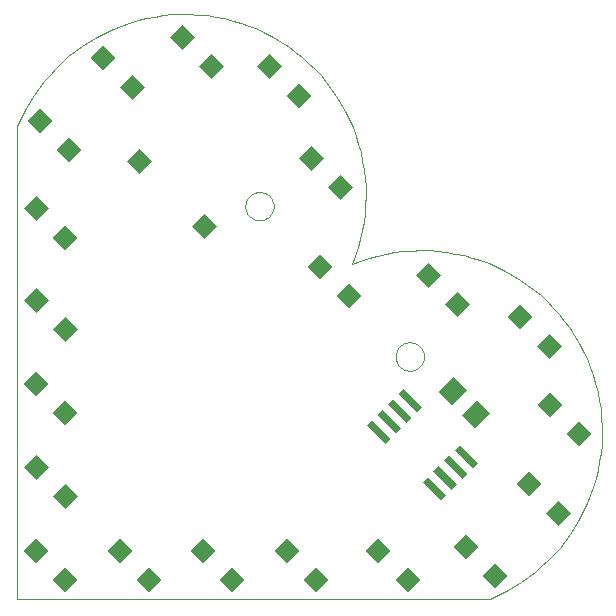
<source format=gbp>
G75*
G70*
%OFA0B0*%
%FSLAX24Y24*%
%IPPOS*%
%LPD*%
%AMOC8*
5,1,8,0,0,1.08239X$1,22.5*
%
%ADD10C,0.0000*%
%ADD11R,0.0591X0.0591*%
%ADD12R,0.0630X0.0709*%
%ADD13R,0.0240X0.0870*%
D10*
X010038Y009756D02*
X025786Y009756D01*
X026053Y009873D01*
X026314Y010003D01*
X026569Y010146D01*
X026816Y010300D01*
X027055Y010467D01*
X027287Y010645D01*
X027509Y010833D01*
X027722Y011033D01*
X027925Y011242D01*
X028117Y011461D01*
X028299Y011689D01*
X028470Y011925D01*
X028629Y012170D01*
X028776Y012422D01*
X028911Y012680D01*
X029033Y012945D01*
X029142Y013216D01*
X029238Y013491D01*
X029320Y013771D01*
X029389Y014054D01*
X029444Y014340D01*
X029485Y014629D01*
X029513Y014919D01*
X029526Y015211D01*
X029525Y015502D01*
X029510Y015794D01*
X029481Y016084D01*
X029438Y016372D01*
X029381Y016658D01*
X029310Y016941D01*
X029226Y017220D01*
X029128Y017495D01*
X029017Y017765D01*
X028893Y018029D01*
X028757Y018286D01*
X028608Y018537D01*
X028448Y018781D01*
X028276Y019016D01*
X028092Y019243D01*
X027898Y019461D01*
X027694Y019669D01*
X027480Y019866D01*
X027256Y020054D01*
X027024Y020230D01*
X026783Y020395D01*
X026535Y020548D01*
X026280Y020689D01*
X026018Y020817D01*
X025750Y020933D01*
X025477Y021035D01*
X025200Y021125D01*
X024918Y021200D01*
X024633Y021262D01*
X024345Y021310D01*
X024056Y021345D01*
X023765Y021365D01*
X023473Y021371D01*
X023182Y021363D01*
X022891Y021341D01*
X022602Y021305D01*
X022315Y021255D01*
X022030Y021191D01*
X021749Y021113D01*
X021472Y021022D01*
X021200Y020918D01*
X017640Y022840D02*
X017642Y022883D01*
X017648Y022925D01*
X017658Y022967D01*
X017671Y023008D01*
X017688Y023048D01*
X017709Y023085D01*
X017733Y023121D01*
X017760Y023154D01*
X017790Y023185D01*
X017823Y023213D01*
X017858Y023238D01*
X017895Y023259D01*
X017934Y023277D01*
X017974Y023291D01*
X018016Y023302D01*
X018058Y023309D01*
X018101Y023312D01*
X018144Y023311D01*
X018187Y023306D01*
X018229Y023297D01*
X018270Y023285D01*
X018310Y023269D01*
X018348Y023249D01*
X018384Y023226D01*
X018418Y023199D01*
X018450Y023170D01*
X018478Y023138D01*
X018504Y023103D01*
X018526Y023067D01*
X018545Y023028D01*
X018560Y022988D01*
X018572Y022947D01*
X018580Y022904D01*
X018584Y022861D01*
X018584Y022819D01*
X018580Y022776D01*
X018572Y022733D01*
X018560Y022692D01*
X018545Y022652D01*
X018526Y022613D01*
X018504Y022577D01*
X018478Y022542D01*
X018450Y022510D01*
X018418Y022481D01*
X018384Y022454D01*
X018348Y022431D01*
X018310Y022411D01*
X018270Y022395D01*
X018229Y022383D01*
X018187Y022374D01*
X018144Y022369D01*
X018101Y022368D01*
X018058Y022371D01*
X018016Y022378D01*
X017974Y022389D01*
X017934Y022403D01*
X017895Y022421D01*
X017858Y022442D01*
X017823Y022467D01*
X017790Y022495D01*
X017760Y022526D01*
X017733Y022559D01*
X017709Y022595D01*
X017688Y022632D01*
X017671Y022672D01*
X017658Y022713D01*
X017648Y022755D01*
X017642Y022797D01*
X017640Y022840D01*
X021200Y020917D02*
X021304Y021190D01*
X021395Y021467D01*
X021473Y021748D01*
X021537Y022032D01*
X021587Y022320D01*
X021623Y022609D01*
X021645Y022900D01*
X021653Y023191D01*
X021647Y023483D01*
X021627Y023774D01*
X021592Y024063D01*
X021544Y024351D01*
X021482Y024636D01*
X021407Y024918D01*
X021317Y025195D01*
X021215Y025468D01*
X021099Y025736D01*
X020971Y025998D01*
X020830Y026253D01*
X020677Y026501D01*
X020512Y026742D01*
X020336Y026974D01*
X020148Y027198D01*
X019951Y027412D01*
X019743Y027616D01*
X019525Y027810D01*
X019298Y027994D01*
X019063Y028166D01*
X018819Y028326D01*
X018568Y028475D01*
X018311Y028611D01*
X018047Y028735D01*
X017777Y028846D01*
X017502Y028944D01*
X017223Y029028D01*
X016940Y029099D01*
X016654Y029156D01*
X016366Y029199D01*
X016076Y029228D01*
X015784Y029243D01*
X015493Y029244D01*
X015201Y029231D01*
X014911Y029203D01*
X014622Y029162D01*
X014336Y029107D01*
X014053Y029038D01*
X013773Y028956D01*
X013498Y028860D01*
X013227Y028751D01*
X012962Y028629D01*
X012704Y028494D01*
X012452Y028347D01*
X012207Y028188D01*
X011971Y028017D01*
X011743Y027835D01*
X011524Y027643D01*
X011315Y027440D01*
X011115Y027227D01*
X010927Y027005D01*
X010749Y026773D01*
X010582Y026534D01*
X010428Y026287D01*
X010285Y026032D01*
X010155Y025771D01*
X010038Y025504D01*
X010038Y009756D01*
X022651Y017829D02*
X022653Y017872D01*
X022659Y017914D01*
X022669Y017956D01*
X022682Y017997D01*
X022699Y018037D01*
X022720Y018074D01*
X022744Y018110D01*
X022771Y018143D01*
X022801Y018174D01*
X022834Y018202D01*
X022869Y018227D01*
X022906Y018248D01*
X022945Y018266D01*
X022985Y018280D01*
X023027Y018291D01*
X023069Y018298D01*
X023112Y018301D01*
X023155Y018300D01*
X023198Y018295D01*
X023240Y018286D01*
X023281Y018274D01*
X023321Y018258D01*
X023359Y018238D01*
X023395Y018215D01*
X023429Y018188D01*
X023461Y018159D01*
X023489Y018127D01*
X023515Y018092D01*
X023537Y018056D01*
X023556Y018017D01*
X023571Y017977D01*
X023583Y017936D01*
X023591Y017893D01*
X023595Y017850D01*
X023595Y017808D01*
X023591Y017765D01*
X023583Y017722D01*
X023571Y017681D01*
X023556Y017641D01*
X023537Y017602D01*
X023515Y017566D01*
X023489Y017531D01*
X023461Y017499D01*
X023429Y017470D01*
X023395Y017443D01*
X023359Y017420D01*
X023321Y017400D01*
X023281Y017384D01*
X023240Y017372D01*
X023198Y017363D01*
X023155Y017358D01*
X023112Y017357D01*
X023069Y017360D01*
X023027Y017367D01*
X022985Y017378D01*
X022945Y017392D01*
X022906Y017410D01*
X022869Y017431D01*
X022834Y017456D01*
X022801Y017484D01*
X022771Y017515D01*
X022744Y017548D01*
X022720Y017584D01*
X022699Y017621D01*
X022682Y017661D01*
X022669Y017702D01*
X022659Y017744D01*
X022653Y017786D01*
X022651Y017829D01*
D11*
G36*
X020687Y019848D02*
X021104Y020265D01*
X021521Y019848D01*
X021104Y019431D01*
X020687Y019848D01*
G37*
G36*
X019713Y020822D02*
X020130Y021239D01*
X020547Y020822D01*
X020130Y020405D01*
X019713Y020822D01*
G37*
G36*
X020409Y023467D02*
X020826Y023884D01*
X021243Y023467D01*
X020826Y023050D01*
X020409Y023467D01*
G37*
G36*
X019435Y024441D02*
X019852Y024858D01*
X020269Y024441D01*
X019852Y024024D01*
X019435Y024441D01*
G37*
G36*
X019017Y026529D02*
X019434Y026946D01*
X019851Y026529D01*
X019434Y026112D01*
X019017Y026529D01*
G37*
G36*
X018043Y027503D02*
X018460Y027920D01*
X018877Y027503D01*
X018460Y027086D01*
X018043Y027503D01*
G37*
G36*
X016094Y027503D02*
X016511Y027920D01*
X016928Y027503D01*
X016511Y027086D01*
X016094Y027503D01*
G37*
G36*
X015120Y028478D02*
X015537Y028895D01*
X015954Y028478D01*
X015537Y028061D01*
X015120Y028478D01*
G37*
G36*
X013449Y026807D02*
X013866Y027224D01*
X014283Y026807D01*
X013866Y026390D01*
X013449Y026807D01*
G37*
G36*
X012475Y027782D02*
X012892Y028199D01*
X013309Y027782D01*
X012892Y027365D01*
X012475Y027782D01*
G37*
G36*
X010387Y025694D02*
X010804Y026111D01*
X011221Y025694D01*
X010804Y025277D01*
X010387Y025694D01*
G37*
G36*
X011361Y024720D02*
X011778Y025137D01*
X012195Y024720D01*
X011778Y024303D01*
X011361Y024720D01*
G37*
G36*
X010248Y022771D02*
X010665Y023188D01*
X011082Y022771D01*
X010665Y022354D01*
X010248Y022771D01*
G37*
G36*
X011222Y021796D02*
X011639Y022213D01*
X012056Y021796D01*
X011639Y021379D01*
X011222Y021796D01*
G37*
G36*
X010248Y019709D02*
X010665Y020126D01*
X011082Y019709D01*
X010665Y019292D01*
X010248Y019709D01*
G37*
G36*
X011222Y018734D02*
X011639Y019151D01*
X012056Y018734D01*
X011639Y018317D01*
X011222Y018734D01*
G37*
G36*
X010248Y016925D02*
X010665Y017342D01*
X011082Y016925D01*
X010665Y016508D01*
X010248Y016925D01*
G37*
G36*
X011222Y015950D02*
X011639Y016367D01*
X012056Y015950D01*
X011639Y015533D01*
X011222Y015950D01*
G37*
G36*
X010248Y014141D02*
X010665Y014558D01*
X011082Y014141D01*
X010665Y013724D01*
X010248Y014141D01*
G37*
G36*
X011222Y013166D02*
X011639Y013583D01*
X012056Y013166D01*
X011639Y012749D01*
X011222Y013166D01*
G37*
G36*
X010248Y011357D02*
X010665Y011774D01*
X011082Y011357D01*
X010665Y010940D01*
X010248Y011357D01*
G37*
G36*
X011222Y010383D02*
X011639Y010800D01*
X012056Y010383D01*
X011639Y009966D01*
X011222Y010383D01*
G37*
G36*
X013032Y011357D02*
X013449Y011774D01*
X013866Y011357D01*
X013449Y010940D01*
X013032Y011357D01*
G37*
G36*
X014006Y010383D02*
X014423Y010800D01*
X014840Y010383D01*
X014423Y009966D01*
X014006Y010383D01*
G37*
G36*
X015816Y011357D02*
X016233Y011774D01*
X016650Y011357D01*
X016233Y010940D01*
X015816Y011357D01*
G37*
G36*
X016790Y010383D02*
X017207Y010800D01*
X017624Y010383D01*
X017207Y009966D01*
X016790Y010383D01*
G37*
G36*
X018599Y011357D02*
X019016Y011774D01*
X019433Y011357D01*
X019016Y010940D01*
X018599Y011357D01*
G37*
G36*
X019574Y010383D02*
X019991Y010800D01*
X020408Y010383D01*
X019991Y009966D01*
X019574Y010383D01*
G37*
G36*
X021662Y011357D02*
X022079Y011774D01*
X022496Y011357D01*
X022079Y010940D01*
X021662Y011357D01*
G37*
G36*
X022636Y010383D02*
X023053Y010800D01*
X023470Y010383D01*
X023053Y009966D01*
X022636Y010383D01*
G37*
G36*
X024585Y011496D02*
X025002Y011913D01*
X025419Y011496D01*
X025002Y011079D01*
X024585Y011496D01*
G37*
G36*
X025559Y010522D02*
X025976Y010939D01*
X026393Y010522D01*
X025976Y010105D01*
X025559Y010522D01*
G37*
G36*
X027647Y012610D02*
X028064Y013027D01*
X028481Y012610D01*
X028064Y012193D01*
X027647Y012610D01*
G37*
G36*
X026673Y013584D02*
X027090Y014001D01*
X027507Y013584D01*
X027090Y013167D01*
X026673Y013584D01*
G37*
G36*
X028343Y015254D02*
X028760Y015671D01*
X029177Y015254D01*
X028760Y014837D01*
X028343Y015254D01*
G37*
G36*
X027369Y016229D02*
X027786Y016646D01*
X028203Y016229D01*
X027786Y015812D01*
X027369Y016229D01*
G37*
G36*
X027369Y018177D02*
X027786Y018594D01*
X028203Y018177D01*
X027786Y017760D01*
X027369Y018177D01*
G37*
G36*
X026394Y019152D02*
X026811Y019569D01*
X027228Y019152D01*
X026811Y018735D01*
X026394Y019152D01*
G37*
G36*
X024306Y019569D02*
X024723Y019986D01*
X025140Y019569D01*
X024723Y019152D01*
X024306Y019569D01*
G37*
G36*
X023332Y020544D02*
X023749Y020961D01*
X024166Y020544D01*
X023749Y020127D01*
X023332Y020544D01*
G37*
G36*
X016274Y021755D02*
X015857Y022172D01*
X016274Y022589D01*
X016691Y022172D01*
X016274Y021755D01*
G37*
G36*
X014103Y023927D02*
X013686Y024344D01*
X014103Y024761D01*
X014520Y024344D01*
X014103Y023927D01*
G37*
D12*
G36*
X024515Y016215D02*
X024069Y016661D01*
X024569Y017161D01*
X025015Y016715D01*
X024515Y016215D01*
G37*
G36*
X025295Y015436D02*
X024849Y015882D01*
X025349Y016382D01*
X025795Y015936D01*
X025295Y015436D01*
G37*
D13*
G36*
X024619Y014718D02*
X024789Y014888D01*
X025403Y014274D01*
X025233Y014104D01*
X024619Y014718D01*
G37*
G36*
X024265Y014365D02*
X024435Y014535D01*
X025049Y013921D01*
X024879Y013751D01*
X024265Y014365D01*
G37*
G36*
X023912Y014011D02*
X024082Y014181D01*
X024696Y013567D01*
X024526Y013397D01*
X023912Y014011D01*
G37*
G36*
X023558Y013658D02*
X023728Y013828D01*
X024342Y013214D01*
X024172Y013044D01*
X023558Y013658D01*
G37*
G36*
X021685Y015531D02*
X021855Y015701D01*
X022469Y015087D01*
X022299Y014917D01*
X021685Y015531D01*
G37*
G36*
X022038Y015885D02*
X022208Y016055D01*
X022822Y015441D01*
X022652Y015271D01*
X022038Y015885D01*
G37*
G36*
X022392Y016239D02*
X022562Y016409D01*
X023176Y015795D01*
X023006Y015625D01*
X022392Y016239D01*
G37*
G36*
X022745Y016592D02*
X022915Y016762D01*
X023529Y016148D01*
X023359Y015978D01*
X022745Y016592D01*
G37*
M02*

</source>
